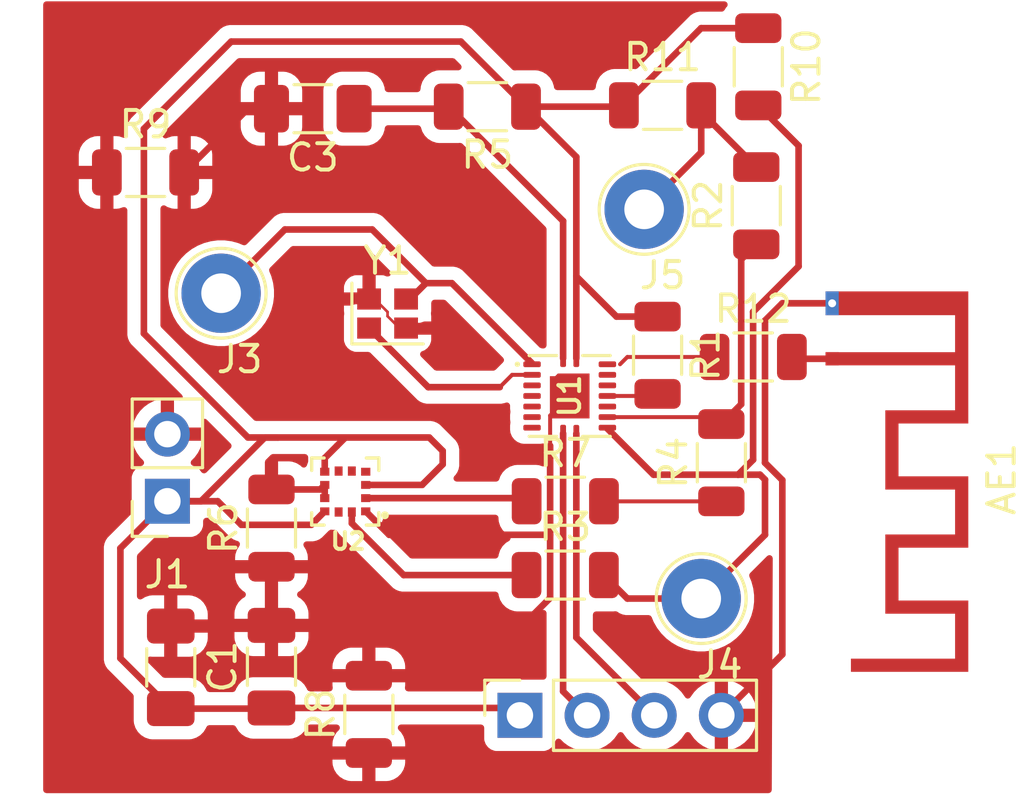
<source format=kicad_pcb>
(kicad_pcb (version 20241229) (generator "pcbnew") (generator_version "9.0")
  (layers (0 "F.Cu" signal) (2 "B.Cu" signal) (13 "F.Paste" user) (15 "B.Paste" user) (5 "F.SilkS" user "F.Silkscreen") (7 "B.SilkS" user "B.Silkscreen") (1 "F.Mask" user) (3 "B.Mask" user) (25 "Edge.Cuts" user))
  (net 0 "")
  (net 1 "RF_TX")
  (net 2 "GND")
  (net 3 "VCC")
  (net 4 "Net-(U1-EN)")
  (net 5 "UART_TX")
  (net 6 "UART_RX")
  (net 7 "I2C_SCL")
  (net 8 "I2C_SDA")
  (net 9 "XO_N")
  (net 10 "XO_P")
  (footprint "Resistor_SMD:R_1206_3216Metric" (layer "F.Cu") (at 103.9368 32.1203 90)
    (property "Reference" "R2" (at 0 -1.82 90) (layer "F.SilkS"))
    (property "Value" "0")
    (fp_line (start -0.727064 -0.91) (end 0.727064 -0.91) (stroke (width 0.12)) (layer "F.SilkS"))
    (fp_line (start -0.727064 0.91) (end 0.727064 0.91) (stroke (width 0.12)) (layer "F.SilkS"))
    (pad "1" smd roundrect (at -1.4625 0 90) (size 1.125 1.75) (layers "F.Cu" "F.Mask" "F.Paste") (roundrect_rratio 0.222222) (net 8 "I2C_SDA"))
    (pad "2" smd roundrect (at 1.4625 0 90) (size 1.125 1.75) (layers "F.Cu" "F.Mask" "F.Paste") (roundrect_rratio 0.222222) (net 8 "I2C_SDA"))
  )
  (footprint "Resistor_SMD:R_1206_3216Metric" (layer "F.Cu") (at 93.7645 28.3718 180)
    (property "Reference" "R5" (at 0 -1.82 0) (layer "F.SilkS"))
    (property "Value" "10k")
    (fp_line (start -0.727064 0.91) (end 0.727064 0.91) (stroke (width 0.12)) (layer "F.SilkS"))
    (fp_line (start -0.727064 -0.91) (end 0.727064 -0.91) (stroke (width 0.12)) (layer "F.SilkS"))
    (pad "1" smd roundrect (at -1.4625 0 180) (size 1.125 1.75) (layers "F.Cu" "F.Mask" "F.Paste") (roundrect_rratio 0.222222) (net 3 "VCC"))
    (pad "2" smd roundrect (at 1.4625 0 180) (size 1.125 1.75) (layers "F.Cu" "F.Mask" "F.Paste") (roundrect_rratio 0.222222) (net 4 "Net-(U1-EN)"))
  )
  (footprint "Crystal:Crystal_SMD_2016-4Pin_2.0x1.6mm" (layer "F.Cu") (at 89.99 36.202)
    (property "Reference" "Y1" (at 0 -2 0) (layer "F.SilkS"))
    (property "Value" "Crystal_GND24")
    (fp_line (start -1.35 -1.15) (end -1.35 1.15) (stroke (width 0.12)) (layer "F.SilkS"))
    (fp_line (start -1.35 1.15) (end 1.35 1.15) (stroke (width 0.12)) (layer "F.SilkS"))
    (pad "1" smd rect (at -0.7 0.55) (size 0.9 0.8) (layers "F.Cu" "F.Mask" "F.Paste") (net 10 "XO_P"))
    (pad "2" smd rect (at 0.7 0.55) (size 0.9 0.8) (layers "F.Cu" "F.Mask" "F.Paste") (net 2 "GND"))
    (pad "3" smd rect (at 0.7 -0.55) (size 0.9 0.8) (layers "F.Cu" "F.Mask" "F.Paste") (net 9 "XO_N"))
    (pad "4" smd rect (at -0.7 -0.55) (size 0.9 0.8) (layers "F.Cu" "F.Mask" "F.Paste") (net 2 "GND"))
  )
  (footprint "TestPoint:TestPoint_Loop_D2.54mm_Drill1.5mm_Beaded" (layer "F.Cu") (at 83.693 35.433)
    (property "Reference" "J3" (at 0.7 2.5 0) (layer "F.SilkS"))
    (property "Value" "Conn_01x01_Socket" (hide yes))
    (fp_circle (center 0 0) (end 1.7 0) (stroke (width 0.12)) (fill no) (layer "F.SilkS"))
    (pad "1" thru_hole circle (at 0 0) (size 3 3) (drill 1.5) (layers "*.Cu" "*.Mask") (net 9 "XO_N"))
  )
  (footprint "RF_Antenna:Texas_SWRA117D_2.4GHz_Right" (layer "F.Cu") (at 106.807 37.914 -90)
    (property "Reference" "AE1" (at 4.55 -6.41 270) (layer "F.SilkS"))
    (property "Value" "Antenna_Dipole")
    (fp_poly (pts (xy 2.45 -2.51) (xy 4.45 -2.51) (xy 4.45 -5.15) (xy 7.15 -5.15) (xy 7.15 -2.51) (xy 9.15 -2.51) (xy 9.15 -5.15) (xy 11.85 -5.15) (xy 11.85 -0.71) (xy 11.35 -0.71) (xy 11.35 -4.65) (xy 9.65 -4.65) (xy 9.65 -2.01) (xy 6.65 -2.01) (xy 6.65 -4.65) (xy 4.95 -4.65) (xy 4.95 -2.01) (xy 1.95 -2.01) (xy 1.95 -4.65) (xy 0.25 -4.65) (xy 0.25 0.25) (xy -0.25 0.25) (xy -0.25 -4.65) (xy -1.65 -4.65) (xy -1.65 0.25) (xy -2.55 0.25) (xy -2.55 0.006785) (xy -2.247583 0.006785) (xy -2.237742 0.054395) (xy -2.213674 0.096797) (xy -2.175731 0.129581) (xy -2.167819 0.133935) (xy -2.125156 0.146043) (xy -2.076637 0.1453) (xy -2.031122 0.1324) (xy -2.012511 0.121787) (xy -1.978868 0.086553) (xy -1.958309 0.041368) (xy -1.951778 -0.008158) (xy -1.960218 -0.056417) (xy -1.977112 -0.088643) (xy -2.012372 -0.121313) (xy -2.057682 -0.141408) (xy -2.107267 -0.147982) (xy -2.155353 -0.140092) (xy -2.188245 -0.123186) (xy -2.223185 -0.086416) (xy -2.242847 -0.041622) (xy -2.247583 0.006785) (xy -2.55 0.006785) (xy -2.55 -5.15) (xy 2.45 -5.15) (xy 2.45 -2.51)) (fill yes) (layer "F.Cu"))
    (pad "1" connect rect (at 0 0 270) (size 0.5 0.5) (layers "F.Cu") (net 1 "RF_TX"))
    (pad "2" thru_hole rect (at -2.1 0 270) (size 0.9 0.5) (drill 0.3) (layers "*.Cu") (net 2 "GND"))
  )
  (footprint "Connector_PinSocket_2.54mm:PinSocket_1x02_P2.54mm_Vertical" (layer "F.Cu") (at 81.661 43.307 180)
    (property "Reference" "J1" (at 0 -2.77 0) (layer "F.SilkS"))
    (property "Value" "Conn_01x02_Pin" (hide yes))
    (fp_line (start 1.33 1.27) (end 1.33 3.87) (stroke (width 0.12)) (layer "F.SilkS"))
    (fp_line (start 1.33 -1.33) (end 1.33 0) (stroke (width 0.12)) (layer "F.SilkS"))
    (fp_line (start 0 -1.33) (end 1.33 -1.33) (stroke (width 0.12)) (layer "F.SilkS"))
    (fp_line (start -1.33 3.87) (end 1.33 3.87) (stroke (width 0.12)) (layer "F.SilkS"))
    (fp_line (start -1.33 1.27) (end 1.33 1.27) (stroke (width 0.12)) (layer "F.SilkS"))
    (fp_line (start -1.33 1.27) (end -1.33 3.87) (stroke (width 0.12)) (layer "F.SilkS"))
    (pad "1" thru_hole rect (at 0 0 180) (size 1.7 1.7) (drill 1) (layers "*.Cu" "*.Mask") (net 3 "VCC"))
    (pad "2" thru_hole oval (at 0 2.54 180) (size 1.7 1.7) (drill 1) (layers "*.Cu" "*.Mask") (net 2 "GND"))
  )
  (footprint "Resistor_SMD:R_1206_3216Metric" (layer "F.Cu") (at 89.281 51.3735 90)
    (property "Reference" "R8" (at 0 -1.82 90) (layer "F.SilkS"))
    (property "Value" "0")
    (fp_line (start -0.727064 -0.91) (end 0.727064 -0.91) (stroke (width 0.12)) (layer "F.SilkS"))
    (fp_line (start -0.727064 0.91) (end 0.727064 0.91) (stroke (width 0.12)) (layer "F.SilkS"))
    (pad "1" smd roundrect (at -1.4625 0 90) (size 1.125 1.75) (layers "F.Cu" "F.Mask" "F.Paste") (roundrect_rratio 0.222222) (net 2 "GND"))
    (pad "2" smd roundrect (at 1.4625 0 90) (size 1.125 1.75) (layers "F.Cu" "F.Mask" "F.Paste") (roundrect_rratio 0.222222) (net 2 "GND"))
  )
  (footprint "BMA400:XDCR_BMA400" (layer "F.Cu") (at 88.388 42.939 180)
    (property "Reference" "U2" (at -0.108 -1.8844 0) (layer "F.SilkS") (effects (font (size 0.64 0.64))))
    (property "Value" "BMA400" (hide yes))
    (fp_line (start 1.27 1.27) (end 1.27 0.8) (stroke (width 0.127)) (layer "F.SilkS"))
    (fp_line (start 1.27 1.27) (end 0.8 1.27) (stroke (width 0.127)) (layer "F.SilkS"))
    (fp_line (start 1.27 -1.27) (end 1.27 -0.8) (stroke (width 0.127)) (layer "F.SilkS"))
    (fp_line (start 1.27 -1.27) (end 0.8 -1.27) (stroke (width 0.127)) (layer "F.SilkS"))
    (fp_line (start -1.27 1.27) (end -0.8 1.27) (stroke (width 0.127)) (layer "F.SilkS"))
    (fp_line (start -1.27 1.27) (end -1.27 0.8) (stroke (width 0.127)) (layer "F.SilkS"))
    (fp_line (start -1.27 -1.27) (end -0.8 -1.27) (stroke (width 0.127)) (layer "F.SilkS"))
    (fp_line (start -1.27 -1.27) (end -1.27 -0.8) (stroke (width 0.127)) (layer "F.SilkS"))
    (fp_circle (center -1.5 -0.9) (end -1.425 -0.9) (stroke (width 0.15)) (fill no) (layer "F.SilkS"))
    (pad "1" smd rect (at -0.775 -0.75 180) (size 0.35 0.3) (layers "F.Cu") (net 2 "GND"))
    (pad "2" smd rect (at -0.775 -0.25 180) (size 0.35 0.3) (layers "F.Cu") (net 8 "I2C_SDA"))
    (pad "3" smd rect (at -0.775 0.25 180) (size 0.35 0.3) (layers "F.Cu") (net 3 "VCC"))
    (pad "4" smd rect (at -0.775 0.75 180) (size 0.35 0.3) (layers "F.Cu"))
    (pad "5" smd rect (at -0.25 0.775 180) (size 0.3 0.35) (layers "F.Cu"))
    (pad "6" smd rect (at 0.25 0.775 180) (size 0.3 0.35) (layers "F.Cu"))
    (pad "7" smd rect (at 0.775 0.75 180) (size 0.35 0.3) (layers "F.Cu") (net 3 "VCC"))
    (pad "8" smd rect (at 0.775 0.25 180) (size 0.35 0.3) (layers "F.Cu") (net 2 "GND"))
    (pad "9" smd rect (at 0.775 -0.25 180) (size 0.35 0.3) (layers "F.Cu") (net 2 "GND"))
    (pad "10" smd rect (at 0.775 -0.75 180) (size 0.35 0.3) (layers "F.Cu") (net 3 "VCC"))
    (pad "11" smd rect (at 0.25 -0.775 180) (size 0.3 0.35) (layers "F.Cu"))
    (pad "12" smd rect (at -0.25 -0.775 180) (size 0.3 0.35) (layers "F.Cu") (net 7 "I2C_SCL"))
    (zone (net 0) (net_name "") (layer "F.Cu") (connect_pads (clearance 0)) (min_thickness 0.01)
      (keepout (tracks not_allowed) (vias not_allowed) (pads not_allowed) (copperpour not_allowed) (footprints allowed))
      (fill (thermal_gap 0.508) (thermal_bridge_width 0.508))
      (polygon (pts (xy 88.863 43.414) (xy 87.913 43.414) (xy 87.913 42.464) (xy 88.863 42.464)))
    )
  )
  (footprint "Resistor_SMD:R_1206_3216Metric" (layer "F.Cu") (at 102.616 41.8485 90)
    (property "Reference" "R4" (at 0 -1.82 90) (layer "F.SilkS"))
    (property "Value" "0")
    (fp_line (start -0.727064 -0.91) (end 0.727064 -0.91) (stroke (width 0.12)) (layer "F.SilkS"))
    (fp_line (start -0.727064 0.91) (end 0.727064 0.91) (stroke (width 0.12)) (layer "F.SilkS"))
    (pad "1" smd roundrect (at -1.4625 0 90) (size 1.125 1.75) (layers "F.Cu" "F.Mask" "F.Paste") (roundrect_rratio 0.222222) (net 8 "I2C_SDA"))
    (pad "2" smd roundrect (at 1.4625 0 90) (size 1.125 1.75) (layers "F.Cu" "F.Mask" "F.Paste") (roundrect_rratio 0.222222) (net 8 "I2C_SDA"))
  )
  (footprint "Capacitor_SMD:C_1206_3216Metric_Pad1.33x1.80mm_HandSolder" (layer "F.Cu") (at 81.788 49.5931 90)
    (property "Reference" "C2" (hide yes))
    (property "Value" "0.1uF")
    (fp_line (start -0.711252 -0.91) (end 0.711252 -0.91) (stroke (width 0.12)) (layer "F.SilkS"))
    (fp_line (start -0.711252 0.91) (end 0.711252 0.91) (stroke (width 0.12)) (layer "F.SilkS"))
    (pad "1" smd roundrect (at -1.5625 0 90) (size 1.325 1.8) (layers "F.Cu" "F.Mask" "F.Paste") (roundrect_rratio 0.188679) (net 3 "VCC"))
    (pad "2" smd roundrect (at 1.5625 0 90) (size 1.325 1.8) (layers "F.Cu" "F.Mask" "F.Paste") (roundrect_rratio 0.188679) (net 2 "GND"))
  )
  (footprint "TestPoint:TestPoint_Loop_D2.54mm_Drill1.5mm_Beaded" (layer "F.Cu") (at 99.695 32.258)
    (property "Reference" "J5" (at 0.7 2.5 0) (layer "F.SilkS"))
    (property "Value" "Conn_01x01_Socket" (hide yes))
    (fp_circle (center 0 0) (end 1.7 0) (stroke (width 0.12)) (fill no) (layer "F.SilkS"))
    (pad "1" thru_hole circle (at 0 0) (size 3 3) (drill 1.5) (layers "*.Cu" "*.Mask") (net 8 "I2C_SDA"))
  )
  (footprint "Resistor_SMD:R_1206_3216Metric" (layer "F.Cu") (at 96.7085 46.101)
    (property "Reference" "R3" (at 0 -1.82 0) (layer "F.SilkS"))
    (property "Value" "0")
    (fp_line (start -0.727064 -0.91) (end 0.727064 -0.91) (stroke (width 0.12)) (layer "F.SilkS"))
    (fp_line (start -0.727064 0.91) (end 0.727064 0.91) (stroke (width 0.12)) (layer "F.SilkS"))
    (pad "1" smd roundrect (at -1.4625 0) (size 1.125 1.75) (layers "F.Cu" "F.Mask" "F.Paste") (roundrect_rratio 0.222222) (net 7 "I2C_SCL"))
    (pad "2" smd roundrect (at 1.4625 0) (size 1.125 1.75) (layers "F.Cu" "F.Mask" "F.Paste") (roundrect_rratio 0.222222) (net 7 "I2C_SCL"))
  )
  (footprint "TestPoint:TestPoint_Loop_D2.54mm_Drill1.5mm_Beaded" (layer "F.Cu") (at 101.854 46.99)
    (property "Reference" "J4" (at 0.7 2.5 0) (layer "F.SilkS"))
    (property "Value" "Conn_01x01_Socket" (hide yes))
    (fp_circle (center 0 0) (end 1.7 0) (stroke (width 0.12)) (fill no) (layer "F.SilkS"))
    (pad "1" thru_hole circle (at 0 0) (size 3 3) (drill 1.5) (layers "*.Cu" "*.Mask") (net 7 "I2C_SCL"))
  )
  (footprint "IN100:QFN19P40_300X300X80L35X20T170X150N" (layer "F.Cu") (at 96.8796 39.3218 -90)
    (property "Reference" "U1" (at 0 0 90) (layer "F.SilkS") (effects (font (size 0.787402 0.787402))))
    (property "Value" "~")
    (fp_line (start -1.53 1.53) (end -1.53 1.53) (stroke (width 0.12)) (layer "F.SilkS"))
    (fp_line (start 1.53 1.53) (end 1.53 1.53) (stroke (width 0.12)) (layer "F.SilkS"))
    (fp_line (start 1.53 1.53) (end 1.53 0.49) (stroke (width 0.12)) (layer "F.SilkS"))
    (fp_line (start -1.53 0.49) (end -1.53 1.53) (stroke (width 0.12)) (layer "F.SilkS"))
    (fp_line (start 1.53 -0.49) (end 1.53 -1.53) (stroke (width 0.12)) (layer "F.SilkS"))
    (fp_line (start -1.53 -1.53) (end -1.53 -0.49) (stroke (width 0.12)) (layer "F.SilkS"))
    (fp_line (start -1.53 -1.53) (end -1.53 -1.53) (stroke (width 0.12)) (layer "F.SilkS"))
    (fp_line (start 1.53 -1.53) (end 1.53 -1.53) (stroke (width 0.12)) (layer "F.SilkS"))
    (fp_circle (center -1.2 1.98) (end -1.1 1.98) (fill yes) (layer "F.SilkS"))
    (pad "1" smd roundrect (at -1.2 1.425 270) (size 0.22 0.66) (layers "F.Cu" "F.Mask" "F.Paste") (roundrect_rratio 0.275) (net 9 "XO_N"))
    (pad "2" smd roundrect (at -0.8 1.425 270) (size 0.22 0.66) (layers "F.Cu" "F.Mask" "F.Paste") (roundrect_rratio 0.275) (net 10 "XO_P"))
    (pad "3" smd roundrect (at -0.4 1.425 270) (size 0.22 0.66) (layers "F.Cu" "F.Mask" "F.Paste") (roundrect_rratio 0.275))
    (pad "4" smd roundrect (at 0 1.425 270) (size 0.22 0.66) (layers "F.Cu" "F.Mask" "F.Paste") (roundrect_rratio 0.275))
    (pad "5" smd roundrect (at 0.4 1.425 270) (size 0.22 0.66) (layers "F.Cu" "F.Mask" "F.Paste") (roundrect_rratio 0.275))
    (pad "6" smd roundrect (at 0.8 1.425 270) (size 0.22 0.66) (layers "F.Cu" "F.Mask" "F.Paste") (roundrect_rratio 0.275))
    (pad "7" smd roundrect (at 1.2 1.425 270) (size 0.22 0.66) (layers "F.Cu" "F.Mask" "F.Paste") (roundrect_rratio 0.275))
    (pad "8" smd roundrect (at 1.42 0.25 270) (size 0.66 0.22) (layers "F.Cu" "F.Mask" "F.Paste") (roundrect_rratio 0.275) (net 6 "UART_RX"))
    (pad "9" smd roundrect (at 1.425 -0.25 270) (size 0.66 0.22) (layers "F.Cu" "F.Mask" "F.Paste") (roundrect_rratio 0.275) (net 5 "UART_TX"))
    (pad "10" smd roundrect (at 1.2 -1.425 270) (size 0.22 0.66) (layers "F.Cu" "F.Mask" "F.Paste") (roundrect_rratio 0.275) (net 7 "I2C_SCL"))
    (pad "11" smd roundrect (at 0.8 -1.425 270) (size 0.22 0.66) (layers "F.Cu" "F.Mask" "F.Paste") (roundrect_rratio 0.275) (net 8 "I2C_SDA"))
    (pad "12" smd roundrect (at 0.4 -1.425 270) (size 0.22 0.66) (layers "F.Cu" "F.Mask" "F.Paste") (roundrect_rratio 0.275))
    (pad "13" smd roundrect (at 0 -1.425 270) (size 0.22 0.66) (layers "F.Cu" "F.Mask" "F.Paste") (roundrect_rratio 0.275) (net 3 "VCC"))
    (pad "14" smd roundrect (at -0.4 -1.425 270) (size 0.22 0.66) (layers "F.Cu" "F.Mask" "F.Paste") (roundrect_rratio 0.275))
    (pad "15" smd roundrect (at -0.8 -1.425 270) (size 0.22 0.66) (layers "F.Cu" "F.Mask" "F.Paste") (roundrect_rratio 0.275))
    (pad "16" smd roundrect (at -1.2 -1.425 270) (size 0.22 0.66) (layers "F.Cu" "F.Mask" "F.Paste") (roundrect_rratio 0.275) (net 1 "RF_TX"))
    (pad "17" smd roundrect (at -1.425 -0.25 270) (size 0.66 0.22) (layers "F.Cu" "F.Mask" "F.Paste") (roundrect_rratio 0.275) (net 3 "VCC"))
    (pad "18" smd roundrect (at -1.425 0.25 270) (size 0.66 0.22) (layers "F.Cu" "F.Mask" "F.Paste") (roundrect_rratio 0.275) (net 4 "Net-(U1-EN)"))
    (pad "19" smd custom (at 0 0 270) (size 1.5 1.5) (layers "F.Cu") (net 2 "GND") (options (clearance outline) (anchor rect)) (primitives (gr_poly (pts (xy -0.849 -0.749) (xy 0.849 -0.749) (xy 0.849 0.749) (xy -0.55 0.749) (xy -0.849 0.45)) (width 0.002) (fill yes))))
  )
  (footprint "Capacitor_SMD:C_1206_3216Metric_Pad1.33x1.80mm_HandSolder" (layer "F.Cu") (at 85.598 49.5685 90)
    (property "Reference" "C1" (at 0 -1.85 90) (layer "F.SilkS"))
    (property "Value" "10uF")
    (fp_line (start -0.711252 -0.91) (end 0.711252 -0.91) (stroke (width 0.12)) (layer "F.SilkS"))
    (fp_line (start -0.711252 0.91) (end 0.711252 0.91) (stroke (width 0.12)) (layer "F.SilkS"))
    (pad "1" smd roundrect (at -1.5625 0 90) (size 1.325 1.8) (layers "F.Cu" "F.Mask" "F.Paste") (roundrect_rratio 0.188679) (net 3 "VCC"))
    (pad "2" smd roundrect (at 1.5625 0 90) (size 1.325 1.8) (layers "F.Cu" "F.Mask" "F.Paste") (roundrect_rratio 0.188679) (net 2 "GND"))
  )
  (footprint "Resistor_SMD:R_1206_3216Metric" (layer "F.Cu") (at 100.203 37.7805 -90)
    (property "Reference" "R1" (at 0 -1.82 90) (layer "F.SilkS"))
    (property "Value" "0")
    (fp_line (start -0.727064 0.91) (end 0.727064 0.91) (stroke (width 0.12)) (layer "F.SilkS"))
    (fp_line (start -0.727064 -0.91) (end 0.727064 -0.91) (stroke (width 0.12)) (layer "F.SilkS"))
    (pad "1" smd roundrect (at -1.4625 0 270) (size 1.125 1.75) (layers "F.Cu" "F.Mask" "F.Paste") (roundrect_rratio 0.222222) (net 3 "VCC"))
    (pad "2" smd roundrect (at 1.4625 0 270) (size 1.125 1.75) (layers "F.Cu" "F.Mask" "F.Paste") (roundrect_rratio 0.222222) (net 3 "VCC"))
  )
  (footprint "Resistor_SMD:R_1206_3216Metric" (layer "F.Cu") (at 103.8205 37.846)
    (property "Reference" "R12" (at 0 -1.82 0) (layer "F.SilkS"))
    (property "Value" "0")
    (fp_line (start -0.727064 -0.91) (end 0.727064 -0.91) (stroke (width 0.12)) (layer "F.SilkS"))
    (fp_line (start -0.727064 0.91) (end 0.727064 0.91) (stroke (width 0.12)) (layer "F.SilkS"))
    (pad "1" smd roundrect (at -1.4625 0) (size 1.125 1.75) (layers "F.Cu" "F.Mask" "F.Paste") (roundrect_rratio 0.222222) (net 1 "RF_TX"))
    (pad "2" smd roundrect (at 1.4625 0) (size 1.125 1.75) (layers "F.Cu" "F.Mask" "F.Paste") (roundrect_rratio 0.222222) (net 1 "RF_TX"))
  )
  (footprint "Resistor_SMD:R_1206_3216Metric" (layer "F.Cu") (at 80.8335 30.861)
    (property "Reference" "R9" (at 0 -1.82 0) (layer "F.SilkS"))
    (property "Value" "0")
    (fp_line (start -0.727064 -0.91) (end 0.727064 -0.91) (stroke (width 0.12)) (layer "F.SilkS"))
    (fp_line (start -0.727064 0.91) (end 0.727064 0.91) (stroke (width 0.12)) (layer "F.SilkS"))
    (pad "1" smd roundrect (at -1.4625 0) (size 1.125 1.75) (layers "F.Cu" "F.Mask" "F.Paste") (roundrect_rratio 0.222222) (net 2 "GND"))
    (pad "2" smd roundrect (at 1.4625 0) (size 1.125 1.75) (layers "F.Cu" "F.Mask" "F.Paste") (roundrect_rratio 0.222222) (net 2 "GND"))
  )
  (footprint "Resistor_SMD:R_1206_3216Metric" (layer "F.Cu") (at 85.598 44.323 90)
    (property "Reference" "R6" (at 0 -1.82 90) (layer "F.SilkS"))
    (property "Value" "0")
    (fp_line (start -0.727064 -0.91) (end 0.727064 -0.91) (stroke (width 0.12)) (layer "F.SilkS"))
    (fp_line (start -0.727064 0.91) (end 0.727064 0.91) (stroke (width 0.12)) (layer "F.SilkS"))
    (pad "1" smd roundrect (at -1.4625 0 90) (size 1.125 1.75) (layers "F.Cu" "F.Mask" "F.Paste") (roundrect_rratio 0.222222) (net 2 "GND"))
    (pad "2" smd roundrect (at 1.4625 0 90) (size 1.125 1.75) (layers "F.Cu" "F.Mask" "F.Paste") (roundrect_rratio 0.222222) (net 2 "GND"))
  )
  (footprint "Resistor_SMD:R_1206_3216Metric" (layer "F.Cu") (at 96.7125 43.307)
    (property "Reference" "R7" (at 0 -1.82 0) (layer "F.SilkS"))
    (property "Value" "0")
    (fp_line (start -0.727064 -0.91) (end 0.727064 -0.91) (stroke (width 0.12)) (layer "F.SilkS"))
    (fp_line (start -0.727064 0.91) (end 0.727064 0.91) (stroke (width 0.12)) (layer "F.SilkS"))
    (pad "1" smd roundrect (at -1.4625 0) (size 1.125 1.75) (layers "F.Cu" "F.Mask" "F.Paste") (roundrect_rratio 0.222222) (net 8 "I2C_SDA"))
    (pad "2" smd roundrect (at 1.4625 0) (size 1.125 1.75) (layers "F.Cu" "F.Mask" "F.Paste") (roundrect_rratio 0.222222) (net 8 "I2C_SDA"))
  )
  (footprint "Capacitor_SMD:C_1206_3216Metric_Pad1.33x1.80mm_HandSolder" (layer "F.Cu") (at 87.1605 28.448 180)
    (property "Reference" "C3" (at 0 -1.85 0) (layer "F.SilkS"))
    (property "Value" "0.1uF")
    (fp_line (start -0.711252 0.91) (end 0.711252 0.91) (stroke (width 0.12)) (layer "F.SilkS"))
    (fp_line (start -0.711252 -0.91) (end 0.711252 -0.91) (stroke (width 0.12)) (layer "F.SilkS"))
    (pad "1" smd roundrect (at -1.5625 0 180) (size 1.325 1.8) (layers "F.Cu" "F.Mask" "F.Paste") (roundrect_rratio 0.188679) (net 4 "Net-(U1-EN)"))
    (pad "2" smd roundrect (at 1.5625 0 180) (size 1.325 1.8) (layers "F.Cu" "F.Mask" "F.Paste") (roundrect_rratio 0.188679) (net 2 "GND"))
  )
  (footprint "Resistor_SMD:R_1206_3216Metric" (layer "F.Cu") (at 104.013 26.8625 -90)
    (property "Reference" "R10" (at 0 -1.82 90) (layer "F.SilkS"))
    (property "Value" "2k2")
    (fp_line (start -0.727064 0.91) (end 0.727064 0.91) (stroke (width 0.12)) (layer "F.SilkS"))
    (fp_line (start -0.727064 -0.91) (end 0.727064 -0.91) (stroke (width 0.12)) (layer "F.SilkS"))
    (pad "1" smd roundrect (at -1.4625 0 270) (size 1.125 1.75) (layers "F.Cu" "F.Mask" "F.Paste") (roundrect_rratio 0.222222) (net 3 "VCC"))
    (pad "2" smd roundrect (at 1.4625 0 270) (size 1.125 1.75) (layers "F.Cu" "F.Mask" "F.Paste") (roundrect_rratio 0.222222) (net 7 "I2C_SCL"))
  )
  (footprint "Resistor_SMD:R_1206_3216Metric" (layer "F.Cu") (at 100.3915 28.321)
    (property "Reference" "R11" (at 0 -1.82 0) (layer "F.SilkS"))
    (property "Value" "2k2")
    (fp_line (start -0.727064 -0.91) (end 0.727064 -0.91) (stroke (width 0.12)) (layer "F.SilkS"))
    (fp_line (start -0.727064 0.91) (end 0.727064 0.91) (stroke (width 0.12)) (layer "F.SilkS"))
    (pad "1" smd roundrect (at -1.4625 0) (size 1.125 1.75) (layers "F.Cu" "F.Mask" "F.Paste") (roundrect_rratio 0.222222) (net 3 "VCC"))
    (pad "2" smd roundrect (at 1.4625 0) (size 1.125 1.75) (layers "F.Cu" "F.Mask" "F.Paste") (roundrect_rratio 0.222222) (net 8 "I2C_SDA"))
  )
  (footprint "Connector_PinSocket_2.54mm:PinSocket_1x04_P2.54mm_Vertical" (layer "F.Cu") (at 94.996 51.4096 90)
    (property "Reference" "J2" (hide yes))
    (property "Value" "Conn_01x04_Socket" (hide yes))
    (fp_line (start 1.33 -1.33) (end 1.33 0) (stroke (width 0.12)) (layer "F.SilkS"))
    (fp_line (start 0 -1.33) (end 1.33 -1.33) (stroke (width 0.12)) (layer "F.SilkS"))
    (fp_line (start 1.33 1.27) (end 1.33 8.95) (stroke (width 0.12)) (layer "F.SilkS"))
    (fp_line (start -1.33 1.27) (end 1.33 1.27) (stroke (width 0.12)) (layer "F.SilkS"))
    (fp_line (start -1.33 1.27) (end -1.33 8.95) (stroke (width 0.12)) (layer "F.SilkS"))
    (fp_line (start -1.33 8.95) (end 1.33 8.95) (stroke (width 0.12)) (layer "F.SilkS"))
    (pad "1" thru_hole rect (at 0 0 90) (size 1.7 1.7) (drill 1) (layers "*.Cu" "*.Mask") (net 3 "VCC"))
    (pad "2" thru_hole oval (at 0 2.54 90) (size 1.7 1.7) (drill 1) (layers "*.Cu" "*.Mask") (net 6 "UART_RX"))
    (pad "3" thru_hole oval (at 0 5.08 90) (size 1.7 1.7) (drill 1) (layers "*.Cu" "*.Mask") (net 5 "UART_TX"))
    (pad "4" thru_hole oval (at 0 7.62 90) (size 1.7 1.7) (drill 1) (layers "*.Cu" "*.Mask") (net 2 "GND"))
  )
  (segment (start 102.358 37.846) (end 99.06 37.846) (width 0.15) (layer "F.Cu") (net 1))
  (segment (start 99.06 37.846) (end 98.7842 38.1218) (width 0.15) (layer "F.Cu") (net 1))
  (segment (start 105.351 37.914) (end 105.283 37.846) (width 0.25) (layer "F.Cu") (net 1))
  (segment (start 102.0822 38.1218) (end 102.358 37.846) (width 0.15) (layer "F.Cu") (net 1))
  (segment (start 106.807 37.914) (end 105.351 37.914) (width 0.25) (layer "F.Cu") (net 1))
  (segment (start 89.29 35.652) (end 89.5 35.652) (width 0.1) (layer "F.Cu") (net 2))
  (segment (start 89.5 35.652) (end 89.989 36.141) (width 0.1) (layer "F.Cu") (net 2))
  (segment (start 89.163 43.689) (end 90.051 44.577) (width 0.25) (layer "F.Cu") (net 2))
  (segment (start 85.598 42.8605) (end 87.4415 42.8605) (width 0.25) (layer "F.Cu") (net 2))
  (segment (start 104.920986 35.814) (end 104.267 36.467986) (width 0.25) (layer "F.Cu") (net 2))
  (segment (start 106.807 35.814) (end 104.920986 35.814) (width 0.25) (layer "F.Cu") (net 2))
  (segment (start 82.296 30.861) (end 84.709 28.448) (width 0.25) (layer "F.Cu") (net 2))
  (segment (start 90.051 44.577) (end 96.1385 44.577) (width 0.25) (layer "F.Cu") (net 2))
  (segment (start 95.100014 48.006) (end 96.1385 46.967514) (width 0.25) (layer "F.Cu") (net 2))
  (segment (start 96.8796 39.3218) (end 96.139 40.0624) (width 0.15) (layer "F.Cu") (net 2))
  (segment (start 85.5734 48.0306) (end 85.598 48.006) (width 0.25) (layer "F.Cu") (net 2))
  (segment (start 87.4415 42.8605) (end 87.613 42.689) (width 0.25) (layer "F.Cu") (net 2))
  (segment (start 104.922 42.5059) (end 104.922 49.1036) (width 0.25) (layer "F.Cu") (net 2))
  (segment (start 90.438 36.752) (end 90.69 36.752) (width 0.1) (layer "F.Cu") (net 2))
  (segment (start 96.8796 39.49336) (end 96.8796 39.3218) (width 0.15) (layer "F.Cu") (net 2))
  (segment (start 87.613 42.689) (end 87.613 43.189) (width 0.25) (layer "F.Cu") (net 2))
  (segment (start 104.267 36.467986) (end 104.267 41.8509) (width 0.25) (layer "F.Cu") (net 2))
  (segment (start 104.267 41.8509) (end 104.922 42.5059) (width 0.25) (layer "F.Cu") (net 2))
  (segment (start 85.598 48.006) (end 95.100014 48.006) (width 0.25) (layer "F.Cu") (net 2))
  (segment (start 81.6548 48.1638) (end 81.788 48.0306) (width 0.25) (layer "F.Cu") (net 2))
  (segment (start 96.139 40.0624) (end 96.139 41.2052) (width 0.15) (layer "F.Cu") (net 2))
  (segment (start 96.1385 46.967514) (end 96.1385 44.577) (width 0.25) (layer "F.Cu") (net 2))
  (segment (start 89.989 36.303) (end 90.438 36.752) (width 0.1) (layer "F.Cu") (net 2))
  (segment (start 96.139 41.2052) (end 96.1385 41.2057) (width 0.15) (layer "F.Cu") (net 2))
  (segment (start 89.989 36.141) (end 89.989 36.303) (width 0.1) (layer "F.Cu") (net 2))
  (segment (start 96.1385 44.577) (end 96.1385 41.2057) (width 0.25) (layer "F.Cu") (net 2))
  (segment (start 104.922 49.1036) (end 102.616 51.4096) (width 0.25) (layer "F.Cu") (net 2))
  (segment (start 84.709 28.448) (end 85.598 28.448) (width 0.25) (layer "F.Cu") (net 2))
  (segment (start 98.3046 39.3218) (end 99.7432 39.3218) (width 0.15) (layer "F.Cu") (net 3))
  (segment (start 84.074 25.908) (end 92.7632 25.908) (width 0.25) (layer "F.Cu") (net 3))
  (segment (start 97.1296 34.798) (end 97.1296 30.2744) (width 0.25) (layer "F.Cu") (net 3))
  (segment (start 80.772 29.21) (end 84.074 25.908) (width 0.25) (layer "F.Cu") (net 3))
  (segment (start 84.459 44.2) (end 83.566 43.307) (width 0.25) (layer "F.Cu") (net 3))
  (segment (start 88.0745 41.2115) (end 88.392 40.894) (width 0.25) (layer "F.Cu") (net 3))
  (segment (start 87.102 44.2) (end 87.613 43.689) (width 0.25) (layer "F.Cu") (net 3))
  (segment (start 98.8782 28.3718) (end 98.929 28.321) (width 0.25) (layer "F.Cu") (net 3))
  (segment (start 91.567 40.894) (end 88.392 40.894) (width 0.25) (layer "F.Cu") (net 3))
  (segment (start 97.1296 30.2744) (end 95.227 28.3718) (width 0.25) (layer "F.Cu") (net 3))
  (segment (start 92.075 41.91) (end 92.075 41.402) (width 0.25) (layer "F.Cu") (net 3))
  (segment (start 87.613 42.189) (end 87.613 41.673) (width 0.25) (layer "F.Cu") (net 3))
  (segment (start 85.852 40.894) (end 88.392 40.894) (width 0.25) (layer "F.Cu") (net 3))
  (segment (start 80.772 36.957) (end 80.772 29.21) (width 0.25) (layer "F.Cu") (net 3))
  (segment (start 79.883 45.085) (end 79.883 49.2506) (width 0.25) (layer "F.Cu") (net 3))
  (segment (start 101.85 25.4) (end 104.013 25.4) (width 0.25) (layer "F.Cu") (net 3))
  (segment (start 87.102 44.2) (end 84.459 44.2) (width 0.25) (layer "F.Cu") (net 3))
  (segment (start 81.661 43.307) (end 79.883 45.085) (width 0.25) (layer "F.Cu") (net 3))
  (segment (start 85.598 51.131) (end 94.7174 51.131) (width 0.25) (layer "F.Cu") (net 3))
  (segment (start 95.227 28.3718) (end 98.8782 28.3718) (width 0.25) (layer "F.Cu") (net 3))
  (segment (start 85.344 40.894) (end 82.931 43.307) (width 0.25) (layer "F.Cu") (net 3))
  (segment (start 83.566 43.307) (end 81.661 43.307) (width 0.25) (layer "F.Cu") (net 3))
  (segment (start 85.5734 51.1556) (end 85.598 51.131) (width 0.25) (layer "F.Cu") (net 3))
  (segment (start 99.7432 39.3218) (end 100.203 38.862) (width 0.15) (layer "F.Cu") (net 3))
  (segment (start 82.931 43.307) (end 81.661 43.307) (width 0.25) (layer "F.Cu") (net 3))
  (segment (start 84.709 40.894) (end 80.772 36.957) (width 0.25) (layer "F.Cu") (net 3))
  (segment (start 89.163 42.689) (end 91.296 42.689) (width 0.25) (layer "F.Cu") (net 3))
  (segment (start 91.296 42.689) (end 92.075 41.91) (width 0.25) (layer "F.Cu") (net 3))
  (segment (start 94.7174 51.131) (end 94.996 51.4096) (width 0.25) (layer "F.Cu") (net 3))
  (segment (start 97.1296 37.8968) (end 97.1296 34.798) (width 0.25) (layer "F.Cu") (net 3))
  (segment (start 87.613 41.673) (end 88.0745 41.2115) (width 0.25) (layer "F.Cu") (net 3))
  (segment (start 85.852 40.894) (end 85.344 40.894) (width 0.25) (layer "F.Cu") (net 3))
  (segment (start 92.7632 25.908) (end 95.227 28.3718) (width 0.25) (layer "F.Cu") (net 3))
  (segment (start 98.929 28.321) (end 101.85 25.4) (width 0.25) (layer "F.Cu") (net 3))
  (segment (start 98.6496 36.318) (end 97.1296 34.798) (width 0.25) (layer "F.Cu") (net 3))
  (segment (start 100.203 36.318) (end 98.6496 36.318) (width 0.25) (layer "F.Cu") (net 3))
  (segment (start 81.788 51.1556) (end 85.5734 51.1556) (width 0.25) (layer "F.Cu") (net 3))
  (segment (start 79.883 49.2506) (end 81.788 51.1556) (width 0.25) (layer "F.Cu") (net 3))
  (segment (start 85.852 40.894) (end 84.709 40.894) (width 0.25) (layer "F.Cu") (net 3))
  (segment (start 92.075 41.402) (end 91.567 40.894) (width 0.25) (layer "F.Cu") (net 3))
  (segment (start 92.1512 28.3718) (end 92.075 28.448) (width 0.25) (layer "F.Cu") (net 4))
  (segment (start 92.302 28.3718) (end 92.1512 28.3718) (width 0.25) (layer "F.Cu") (net 4))
  (segment (start 92.075 28.448) (end 88.723 28.448) (width 0.25) (layer "F.Cu") (net 4))
  (segment (start 96.6296 37.8968) (end 96.6296 32.6994) (width 0.25) (layer "F.Cu") (net 4))
  (segment (start 96.6296 32.6994) (end 92.302 28.3718) (width 0.25) (layer "F.Cu") (net 4))
  (segment (start 97.1296 48.4632) (end 100.076 51.4096) (width 0.25) (layer "F.Cu") (net 5))
  (segment (start 97.1296 40.7468) (end 97.1296 48.4632) (width 0.25) (layer "F.Cu") (net 5))
  (segment (start 96.6296 40.7418) (end 96.6296 50.5032) (width 0.25) (layer "F.Cu") (net 6))
  (segment (start 96.6296 50.5032) (end 97.536 51.4096) (width 0.25) (layer "F.Cu") (net 6))
  (segment (start 98.171 46.101) (end 99.06 46.99) (width 0.25) (layer "F.Cu") (net 7))
  (segment (start 103.251 42.3019) (end 103.817 41.7359) (width 0.25) (layer "F.Cu") (net 7))
  (segment (start 105.537 34.417) (end 105.537 29.849) (width 0.25) (layer "F.Cu") (net 7))
  (segment (start 88.638 43.714) (end 88.638 44.141) (width 0.25) (layer "F.Cu") (net 7))
  (segment (start 103.817 41.7359) (end 103.817 36.137) (width 0.25) (layer "F.Cu") (net 7))
  (segment (start 88.638 44.141) (end 90.598 46.101) (width 0.25) (layer "F.Cu") (net 7))
  (segment (start 104.267 42.48871) (end 104.08019 42.3019) (width 0.25) (layer "F.Cu") (net 7))
  (segment (start 104.267 44.577) (end 104.267 42.48871) (width 0.25) (layer "F.Cu") (net 7))
  (segment (start 90.598 46.101) (end 95.246 46.101) (width 0.25) (layer "F.Cu") (net 7))
  (segment (start 99.06 46.99) (end 101.854 46.99) (width 0.25) (layer "F.Cu") (net 7))
  (segment (start 101.854 46.99) (end 104.267 44.577) (width 0.25) (layer "F.Cu") (net 7))
  (segment (start 103.817 36.137) (end 105.537 34.417) (width 0.25) (layer "F.Cu") (net 7))
  (segment (start 105.537 29.849) (end 104.013 28.325) (width 0.25) (layer "F.Cu") (net 7))
  (segment (start 103.251 42.3019) (end 100.0487 42.3019) (width 0.25) (layer "F.Cu") (net 7))
  (segment (start 104.08019 42.3019) (end 103.251 42.3019) (width 0.25) (layer "F.Cu") (net 7))
  (segment (start 100.0487 42.3019) (end 98.3046 40.5578) (width 0.25) (layer "F.Cu") (net 7))
  (segment (start 101.854 30.099) (end 99.695 32.258) (width 0.25) (layer "F.Cu") (net 8))
  (segment (start 103.9368 33.5828) (end 103.366 34.1536) (width 0.25) (layer "F.Cu") (net 8))
  (segment (start 103.366 39.636) (end 102.616 40.386) (width 0.25) (layer "F.Cu") (net 8))
  (segment (start 103.9368 30.6578) (end 101.854 28.575) (width 0.25) (layer "F.Cu") (net 8))
  (segment (start 98.3046 40.1218) (end 102.3518 40.1218) (width 0.15) (layer "F.Cu") (net 8))
  (segment (start 103.366 34.1536) (end 103.366 39.636) (width 0.25) (layer "F.Cu") (net 8))
  (segment (start 98.179 43.311) (end 98.175 43.307) (width 0.15) (layer "F.Cu") (net 8))
  (segment (start 95.132 43.189) (end 89.163 43.189) (width 0.25) (layer "F.Cu") (net 8))
  (segment (start 101.854 28.575) (end 101.854 28.321) (width 0.25) (layer "F.Cu") (net 8))
  (segment (start 101.854 28.321) (end 101.854 30.099) (width 0.25) (layer "F.Cu") (net 8))
  (segment (start 102.616 43.311) (end 98.179 43.311) (width 0.15) (layer "F.Cu") (net 8))
  (segment (start 95.25 43.307) (end 95.132 43.189) (width 0.25) (layer "F.Cu") (net 8))
  (segment (start 102.3518 40.1218) (end 102.616 40.386) (width 0.15) (layer "F.Cu") (net 8))
  (segment (start 86.106 33.02) (end 89.408 33.02) (width 0.25) (layer "F.Cu") (net 9))
  (segment (start 89.408 33.02) (end 91.44 35.052) (width 0.25) (layer "F.Cu") (net 9))
  (segment (start 83.693 35.433) (end 86.106 33.02) (width 0.25) (layer "F.Cu") (net 9))
  (segment (start 90.69 35.652) (end 90.84 35.652) (width 0.25) (layer "F.Cu") (net 9))
  (segment (start 91.44 35.052) (end 92.4208 35.052) (width 0.25) (layer "F.Cu") (net 9))
  (segment (start 90.84 35.652) (end 91.44 35.052) (width 0.25) (layer "F.Cu") (net 9))
  (segment (start 92.4208 35.052) (end 95.4546 38.0858) (width 0.25) (layer "F.Cu") (net 9))
  (segment (start 95.4546 38.5218) (end 94.7012 38.5218) (width 0.15) (layer "F.Cu") (net 10))
  (segment (start 95.4546 38.5218) (end 95.4484 38.528) (width 0.15) (layer "F.Cu") (net 10))
  (segment (start 89.29 36.752) (end 91.527 38.989) (width 0.25) (layer "F.Cu") (net 10))
  (segment (start 94.7012 38.5218) (end 94.234 38.989) (width 0.15) (layer "F.Cu") (net 10))
  (segment (start 91.527 38.989) (end 94.234 38.989) (width 0.25) (layer "F.Cu") (net 10))
  (zone (net 2) (net_name "GND") (layer "F.Cu") (connect_pads (clearance 0.5)) (min_thickness 0.25) (fill yes (thermal_gap 0.5) (thermal_bridge_width 0.5))
    (polygon (pts (xy 104.522594 54.356) (xy 104.648 24.384) (xy 76.962 24.384) (xy 76.962 54.356)))
  )
)
</source>
